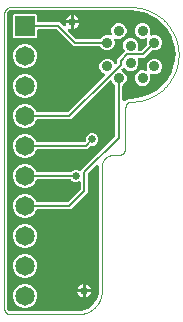
<source format=gbl>
G04 EAGLE Gerber X2 export*
%TF.Part,Single*%
%TF.FileFunction,Other,Bottom layer*%
%TF.FilePolarity,Positive*%
%TF.GenerationSoftware,Autodesk,EAGLE,9.0.0*%
%TF.CreationDate,2018-05-03T06:19:38Z*%
G75*
%MOMM*%
%FSLAX35Y35*%
%LPD*%
%AMOC8*
5,1,8,0,0,1.08239X$1,22.5*%
G01*
%ADD10C,0.000000*%
%ADD11C,0.900000*%
%ADD12R,1.651000X1.651000*%
%ADD13C,1.651000*%
%ADD14C,0.200000*%
%ADD15C,0.650000*%

G36*
X-449780Y-2174972D02*
X-449780Y-2174972D01*
X-449003Y-2174960D01*
X-423614Y-2172962D01*
X-422942Y-2172823D01*
X-422257Y-2172781D01*
X-420686Y-2172380D01*
X-372393Y-2156688D01*
X-371322Y-2156185D01*
X-370223Y-2155752D01*
X-369704Y-2155423D01*
X-369514Y-2155334D01*
X-369355Y-2155203D01*
X-368853Y-2154884D01*
X-327772Y-2125038D01*
X-326909Y-2124227D01*
X-325997Y-2123476D01*
X-325605Y-2123003D01*
X-325453Y-2122860D01*
X-325342Y-2122686D01*
X-324962Y-2122228D01*
X-295115Y-2081147D01*
X-294649Y-2080298D01*
X-294581Y-2080217D01*
X-294490Y-2080023D01*
X-293910Y-2079114D01*
X-293683Y-2078542D01*
X-293583Y-2078359D01*
X-293531Y-2078160D01*
X-293312Y-2077607D01*
X-293225Y-2077340D01*
X-293224Y-2077339D01*
X-293224Y-2077338D01*
X-277620Y-2029313D01*
X-277491Y-2028639D01*
X-277268Y-2027990D01*
X-277038Y-2026385D01*
X-275039Y-2000996D01*
X-275050Y-2000774D01*
X-275000Y-2000000D01*
X-275000Y-948086D01*
X-275175Y-946704D01*
X-275304Y-945325D01*
X-275373Y-945133D01*
X-275399Y-944930D01*
X-275909Y-943639D01*
X-276379Y-942331D01*
X-276494Y-942161D01*
X-276569Y-941972D01*
X-277382Y-940852D01*
X-278165Y-939698D01*
X-278318Y-939562D01*
X-278438Y-939398D01*
X-279506Y-938513D01*
X-280549Y-937592D01*
X-280730Y-937499D01*
X-280888Y-937368D01*
X-282146Y-936775D01*
X-283381Y-936144D01*
X-283580Y-936099D01*
X-283765Y-936012D01*
X-285127Y-935751D01*
X-286485Y-935445D01*
X-286689Y-935451D01*
X-286889Y-935413D01*
X-288270Y-935498D01*
X-289664Y-935540D01*
X-289861Y-935597D01*
X-290064Y-935609D01*
X-291384Y-936036D01*
X-292721Y-936422D01*
X-292897Y-936525D01*
X-293091Y-936588D01*
X-294269Y-937333D01*
X-295462Y-938036D01*
X-295673Y-938221D01*
X-295779Y-938288D01*
X-295924Y-938442D01*
X-296679Y-939107D01*
X-363461Y-1005888D01*
X-364064Y-1006665D01*
X-364742Y-1007385D01*
X-365038Y-1007920D01*
X-365411Y-1008402D01*
X-365802Y-1009305D01*
X-366280Y-1010170D01*
X-366433Y-1010763D01*
X-366675Y-1011321D01*
X-366829Y-1012293D01*
X-367077Y-1013250D01*
X-367141Y-1014258D01*
X-367174Y-1014462D01*
X-367162Y-1014585D01*
X-367180Y-1014868D01*
X-367180Y-1165246D01*
X-512934Y-1311000D01*
X-792941Y-1311000D01*
X-793232Y-1311037D01*
X-793522Y-1311014D01*
X-794803Y-1311235D01*
X-796097Y-1311399D01*
X-796369Y-1311506D01*
X-796657Y-1311556D01*
X-797845Y-1312090D01*
X-799055Y-1312569D01*
X-799292Y-1312741D01*
X-799558Y-1312860D01*
X-800576Y-1313673D01*
X-801630Y-1314438D01*
X-801816Y-1314663D01*
X-802044Y-1314845D01*
X-802828Y-1315884D01*
X-803659Y-1316888D01*
X-803783Y-1317152D01*
X-803959Y-1317385D01*
X-804674Y-1318840D01*
X-813062Y-1339091D01*
X-841909Y-1367938D01*
X-879601Y-1383550D01*
X-920398Y-1383550D01*
X-958091Y-1367938D01*
X-986938Y-1339091D01*
X-1002550Y-1301398D01*
X-1002550Y-1260601D01*
X-986938Y-1222909D01*
X-958091Y-1194062D01*
X-920398Y-1178449D01*
X-879601Y-1178449D01*
X-841909Y-1194062D01*
X-813062Y-1222909D01*
X-804674Y-1243160D01*
X-804529Y-1243414D01*
X-804439Y-1243691D01*
X-803743Y-1244792D01*
X-803098Y-1245923D01*
X-802896Y-1246132D01*
X-802739Y-1246380D01*
X-801789Y-1247274D01*
X-800885Y-1248208D01*
X-800636Y-1248361D01*
X-800424Y-1248561D01*
X-799284Y-1249190D01*
X-798173Y-1249872D01*
X-797894Y-1249958D01*
X-797639Y-1250099D01*
X-796378Y-1250425D01*
X-795133Y-1250809D01*
X-794842Y-1250823D01*
X-794559Y-1250896D01*
X-792941Y-1250999D01*
X-543048Y-1250999D01*
X-542071Y-1250876D01*
X-541084Y-1250847D01*
X-540497Y-1250677D01*
X-539893Y-1250601D01*
X-538977Y-1250239D01*
X-538027Y-1249965D01*
X-537501Y-1249655D01*
X-536934Y-1249431D01*
X-536137Y-1248852D01*
X-535286Y-1248351D01*
X-534528Y-1247684D01*
X-534360Y-1247562D01*
X-534281Y-1247466D01*
X-534069Y-1247280D01*
X-430901Y-1144112D01*
X-430298Y-1143334D01*
X-429620Y-1142615D01*
X-429325Y-1142080D01*
X-428951Y-1141599D01*
X-428559Y-1140694D01*
X-428082Y-1139830D01*
X-427929Y-1139238D01*
X-427687Y-1138679D01*
X-427533Y-1137707D01*
X-427285Y-1136750D01*
X-427220Y-1135742D01*
X-427188Y-1135538D01*
X-427199Y-1135415D01*
X-427181Y-1135132D01*
X-427181Y-1085510D01*
X-427243Y-1085018D01*
X-427220Y-1084525D01*
X-427442Y-1083447D01*
X-427580Y-1082354D01*
X-427762Y-1081894D01*
X-427862Y-1081409D01*
X-428346Y-1080417D01*
X-428750Y-1079396D01*
X-429040Y-1078996D01*
X-429258Y-1078551D01*
X-429973Y-1077712D01*
X-430619Y-1076822D01*
X-431000Y-1076506D01*
X-431321Y-1076129D01*
X-432220Y-1075495D01*
X-433068Y-1074792D01*
X-433516Y-1074581D01*
X-433921Y-1074296D01*
X-434951Y-1073905D01*
X-435946Y-1073436D01*
X-436431Y-1073343D01*
X-436895Y-1073167D01*
X-437990Y-1073044D01*
X-439070Y-1072837D01*
X-439564Y-1072867D01*
X-440056Y-1072812D01*
X-441148Y-1072965D01*
X-442245Y-1073033D01*
X-442715Y-1073185D01*
X-443206Y-1073254D01*
X-444741Y-1073777D01*
X-458557Y-1079500D01*
X-479443Y-1079500D01*
X-498739Y-1071508D01*
X-509527Y-1060720D01*
X-510305Y-1060117D01*
X-511024Y-1059439D01*
X-511558Y-1059144D01*
X-512040Y-1058770D01*
X-512944Y-1058378D01*
X-513809Y-1057901D01*
X-514401Y-1057748D01*
X-514959Y-1057506D01*
X-515932Y-1057352D01*
X-516889Y-1057104D01*
X-517897Y-1057039D01*
X-518101Y-1057007D01*
X-518224Y-1057018D01*
X-518507Y-1057000D01*
X-792941Y-1057000D01*
X-793232Y-1057037D01*
X-793522Y-1057014D01*
X-794803Y-1057235D01*
X-796097Y-1057399D01*
X-796369Y-1057506D01*
X-796657Y-1057556D01*
X-797845Y-1058090D01*
X-799055Y-1058569D01*
X-799292Y-1058741D01*
X-799558Y-1058860D01*
X-800576Y-1059673D01*
X-801630Y-1060438D01*
X-801816Y-1060663D01*
X-802044Y-1060845D01*
X-802828Y-1061884D01*
X-803659Y-1062888D01*
X-803783Y-1063152D01*
X-803959Y-1063385D01*
X-804674Y-1064840D01*
X-813062Y-1085091D01*
X-841909Y-1113938D01*
X-879601Y-1129550D01*
X-920398Y-1129550D01*
X-958091Y-1113938D01*
X-986938Y-1085091D01*
X-1002550Y-1047398D01*
X-1002550Y-1006601D01*
X-986938Y-968909D01*
X-958091Y-940062D01*
X-920398Y-924449D01*
X-879601Y-924449D01*
X-841909Y-940062D01*
X-813062Y-968909D01*
X-804674Y-989160D01*
X-804529Y-989414D01*
X-804439Y-989691D01*
X-803743Y-990792D01*
X-803098Y-991923D01*
X-802896Y-992132D01*
X-802739Y-992380D01*
X-801789Y-993274D01*
X-800885Y-994208D01*
X-800636Y-994361D01*
X-800424Y-994561D01*
X-799284Y-995190D01*
X-798173Y-995872D01*
X-797894Y-995958D01*
X-797639Y-996099D01*
X-796378Y-996425D01*
X-795133Y-996809D01*
X-794842Y-996823D01*
X-794559Y-996896D01*
X-792941Y-996999D01*
X-518507Y-996999D01*
X-517529Y-996876D01*
X-516542Y-996847D01*
X-515955Y-996677D01*
X-515351Y-996601D01*
X-514435Y-996239D01*
X-513485Y-995965D01*
X-512959Y-995655D01*
X-512393Y-995431D01*
X-511595Y-994852D01*
X-510744Y-994351D01*
X-509987Y-993684D01*
X-509818Y-993562D01*
X-509739Y-993466D01*
X-509527Y-993280D01*
X-498739Y-982492D01*
X-479443Y-974499D01*
X-458557Y-974499D01*
X-436959Y-983446D01*
X-436677Y-983523D01*
X-436418Y-983655D01*
X-435150Y-983941D01*
X-433891Y-984285D01*
X-433599Y-984290D01*
X-433314Y-984354D01*
X-432011Y-984315D01*
X-430710Y-984336D01*
X-430427Y-984268D01*
X-430135Y-984259D01*
X-428880Y-983897D01*
X-427617Y-983595D01*
X-427360Y-983459D01*
X-427078Y-983378D01*
X-425953Y-982715D01*
X-424804Y-982108D01*
X-424588Y-981912D01*
X-424337Y-981763D01*
X-423120Y-980693D01*
X-138720Y-696293D01*
X-138117Y-695515D01*
X-137439Y-694795D01*
X-137143Y-694260D01*
X-136770Y-693779D01*
X-136379Y-692876D01*
X-135901Y-692010D01*
X-135748Y-691418D01*
X-135506Y-690860D01*
X-135352Y-689888D01*
X-135104Y-688931D01*
X-135039Y-687923D01*
X-135007Y-687718D01*
X-135018Y-687596D01*
X-135000Y-687313D01*
X-135000Y-266415D01*
X-135037Y-266124D01*
X-135014Y-265833D01*
X-135235Y-264552D01*
X-135399Y-263259D01*
X-135507Y-262987D01*
X-135556Y-262699D01*
X-136090Y-261512D01*
X-136569Y-260301D01*
X-136741Y-260064D01*
X-136861Y-259798D01*
X-137673Y-258780D01*
X-138438Y-257726D01*
X-138663Y-257540D01*
X-138845Y-257311D01*
X-139885Y-256528D01*
X-140888Y-255697D01*
X-141152Y-255572D01*
X-141385Y-255396D01*
X-141667Y-255258D01*
X-160104Y-236820D01*
X-164288Y-226720D01*
X-164346Y-226618D01*
X-164351Y-226604D01*
X-164386Y-226548D01*
X-164533Y-226290D01*
X-164700Y-225824D01*
X-165319Y-224912D01*
X-165864Y-223957D01*
X-166208Y-223601D01*
X-166486Y-223191D01*
X-167312Y-222462D01*
X-168077Y-221672D01*
X-168499Y-221413D01*
X-168870Y-221085D01*
X-169849Y-220584D01*
X-170788Y-220008D01*
X-171262Y-219862D01*
X-171702Y-219637D01*
X-172776Y-219396D01*
X-173828Y-219071D01*
X-174323Y-219047D01*
X-174806Y-218938D01*
X-175906Y-218971D01*
X-177006Y-218918D01*
X-177491Y-219018D01*
X-177985Y-219033D01*
X-179043Y-219338D01*
X-180122Y-219561D01*
X-180566Y-219778D01*
X-181042Y-219915D01*
X-181991Y-220474D01*
X-182980Y-220957D01*
X-183357Y-221278D01*
X-183783Y-221529D01*
X-185000Y-222600D01*
X-511401Y-549000D01*
X-792941Y-549000D01*
X-793232Y-549037D01*
X-793522Y-549014D01*
X-794803Y-549235D01*
X-796097Y-549399D01*
X-796369Y-549506D01*
X-796657Y-549556D01*
X-797845Y-550090D01*
X-799055Y-550569D01*
X-799292Y-550741D01*
X-799558Y-550860D01*
X-800576Y-551673D01*
X-801630Y-552438D01*
X-801816Y-552663D01*
X-802044Y-552845D01*
X-802828Y-553884D01*
X-803659Y-554888D01*
X-803783Y-555152D01*
X-803959Y-555385D01*
X-804674Y-556840D01*
X-813062Y-577091D01*
X-841909Y-605938D01*
X-879601Y-621550D01*
X-920398Y-621550D01*
X-958091Y-605938D01*
X-986938Y-577091D01*
X-1002550Y-539398D01*
X-1002550Y-498601D01*
X-986938Y-460909D01*
X-958091Y-432062D01*
X-920398Y-416449D01*
X-879601Y-416449D01*
X-841909Y-432062D01*
X-813062Y-460909D01*
X-804674Y-481160D01*
X-804529Y-481414D01*
X-804439Y-481691D01*
X-803743Y-482792D01*
X-803098Y-483923D01*
X-802896Y-484132D01*
X-802739Y-484380D01*
X-801789Y-485274D01*
X-800885Y-486208D01*
X-800636Y-486361D01*
X-800424Y-486561D01*
X-799284Y-487190D01*
X-798173Y-487872D01*
X-797894Y-487958D01*
X-797639Y-488099D01*
X-796378Y-488425D01*
X-795133Y-488809D01*
X-794842Y-488823D01*
X-794559Y-488896D01*
X-792941Y-488999D01*
X-541515Y-488999D01*
X-540537Y-488876D01*
X-539550Y-488847D01*
X-538963Y-488677D01*
X-538359Y-488601D01*
X-537443Y-488239D01*
X-536493Y-487965D01*
X-535967Y-487655D01*
X-535401Y-487431D01*
X-534603Y-486852D01*
X-533752Y-486351D01*
X-532995Y-485684D01*
X-532826Y-485562D01*
X-532747Y-485466D01*
X-532535Y-485280D01*
X-227356Y-180101D01*
X-227054Y-179711D01*
X-226686Y-179378D01*
X-226080Y-178456D01*
X-225406Y-177588D01*
X-225210Y-177135D01*
X-224937Y-176720D01*
X-224578Y-175676D01*
X-224142Y-174669D01*
X-224065Y-174181D01*
X-223903Y-173712D01*
X-223816Y-172613D01*
X-223643Y-171527D01*
X-223689Y-171034D01*
X-223650Y-170541D01*
X-223838Y-169455D01*
X-223941Y-168360D01*
X-224108Y-167895D01*
X-224192Y-167406D01*
X-224644Y-166402D01*
X-225016Y-165366D01*
X-225294Y-164956D01*
X-225497Y-164505D01*
X-226183Y-163644D01*
X-226801Y-162733D01*
X-227172Y-162406D01*
X-227481Y-162018D01*
X-228361Y-161355D01*
X-229185Y-160627D01*
X-229626Y-160402D01*
X-230021Y-160103D01*
X-231476Y-159389D01*
X-241820Y-155104D01*
X-260104Y-136820D01*
X-270000Y-112929D01*
X-270000Y-87071D01*
X-260104Y-63179D01*
X-241820Y-44895D01*
X-217929Y-34999D01*
X-192071Y-34999D01*
X-168179Y-44895D01*
X-149895Y-63179D01*
X-144734Y-75641D01*
X-144542Y-75978D01*
X-144418Y-76343D01*
X-143757Y-77354D01*
X-143158Y-78405D01*
X-142889Y-78683D01*
X-142677Y-79006D01*
X-141785Y-79822D01*
X-140945Y-80690D01*
X-140615Y-80892D01*
X-140329Y-81153D01*
X-139263Y-81721D01*
X-138233Y-82353D01*
X-137863Y-82467D01*
X-137522Y-82649D01*
X-136347Y-82935D01*
X-135193Y-83290D01*
X-134807Y-83309D01*
X-134431Y-83400D01*
X-133223Y-83385D01*
X-132016Y-83443D01*
X-131636Y-83365D01*
X-131250Y-83360D01*
X-130084Y-83045D01*
X-128900Y-82801D01*
X-128553Y-82631D01*
X-128179Y-82530D01*
X-127128Y-81935D01*
X-126042Y-81404D01*
X-125747Y-81153D01*
X-125411Y-80963D01*
X-124175Y-79913D01*
X-121907Y-77721D01*
X-121223Y-76869D01*
X-120472Y-76072D01*
X-120229Y-75632D01*
X-119915Y-75241D01*
X-119463Y-74245D01*
X-118934Y-73287D01*
X-118808Y-72801D01*
X-118601Y-72344D01*
X-118411Y-71266D01*
X-118137Y-70207D01*
X-118087Y-69428D01*
X-118049Y-69211D01*
X-118062Y-69037D01*
X-118033Y-68589D01*
X-118033Y-39540D01*
X-59189Y19304D01*
X-58461Y20243D01*
X-57674Y21133D01*
X-57488Y21496D01*
X-57239Y21818D01*
X-56767Y22908D01*
X-56226Y23966D01*
X-56136Y24363D01*
X-55975Y24737D01*
X-55789Y25908D01*
X-55527Y27069D01*
X-55539Y27477D01*
X-55476Y27878D01*
X-55587Y29060D01*
X-55622Y30249D01*
X-55735Y30640D01*
X-55773Y31046D01*
X-56174Y32164D01*
X-56504Y33305D01*
X-56710Y33656D01*
X-56848Y34040D01*
X-57515Y35023D01*
X-58118Y36047D01*
X-58518Y36501D01*
X-58634Y36672D01*
X-58789Y36809D01*
X-59189Y37264D01*
X-60104Y38179D01*
X-70000Y62071D01*
X-70000Y87929D01*
X-60104Y111820D01*
X-41820Y130104D01*
X-17929Y140000D01*
X7929Y140000D01*
X31820Y130104D01*
X50104Y111820D01*
X60000Y87929D01*
X60000Y62070D01*
X53990Y47560D01*
X53859Y47083D01*
X53648Y46634D01*
X53441Y45554D01*
X53150Y44491D01*
X53142Y43996D01*
X53049Y43510D01*
X53117Y42413D01*
X53099Y41311D01*
X53214Y40829D01*
X53245Y40335D01*
X53584Y39288D01*
X53840Y38217D01*
X54072Y37780D01*
X54224Y37308D01*
X54813Y36377D01*
X55327Y35405D01*
X55659Y35039D01*
X55924Y34620D01*
X56728Y33863D01*
X57466Y33050D01*
X57879Y32779D01*
X58240Y32439D01*
X59204Y31906D01*
X60123Y31301D01*
X60591Y31140D01*
X61025Y30901D01*
X62090Y30625D01*
X63132Y30267D01*
X63626Y30228D01*
X64104Y30104D01*
X65722Y30000D01*
X77313Y30000D01*
X78290Y30124D01*
X79278Y30153D01*
X79864Y30323D01*
X80469Y30399D01*
X81384Y30761D01*
X82334Y31035D01*
X82861Y31345D01*
X83427Y31569D01*
X84225Y32148D01*
X85075Y32649D01*
X85833Y33316D01*
X86001Y33438D01*
X86081Y33533D01*
X86293Y33720D01*
X126824Y74251D01*
X127003Y74482D01*
X127225Y74671D01*
X127975Y75734D01*
X128774Y76764D01*
X128890Y77033D01*
X129058Y77271D01*
X129521Y78491D01*
X130038Y79684D01*
X130083Y79971D01*
X130188Y80245D01*
X130333Y81542D01*
X130537Y82825D01*
X130510Y83116D01*
X130542Y83406D01*
X130361Y84699D01*
X130239Y85993D01*
X130141Y86267D01*
X130100Y86557D01*
X129999Y86852D01*
X129999Y112929D01*
X133873Y122280D01*
X134241Y123624D01*
X134649Y124948D01*
X134658Y125151D01*
X134713Y125348D01*
X134735Y126742D01*
X134801Y128125D01*
X134760Y128325D01*
X134763Y128529D01*
X134439Y129880D01*
X134159Y131241D01*
X134069Y131425D01*
X134022Y131623D01*
X133374Y132848D01*
X132763Y134099D01*
X132630Y134255D01*
X132535Y134435D01*
X131604Y135460D01*
X130700Y136521D01*
X130533Y136639D01*
X130396Y136789D01*
X129241Y137550D01*
X128100Y138354D01*
X127908Y138427D01*
X127739Y138538D01*
X126428Y138989D01*
X125126Y139483D01*
X124923Y139506D01*
X124730Y139573D01*
X123342Y139684D01*
X121965Y139838D01*
X121763Y139810D01*
X121559Y139826D01*
X120189Y139589D01*
X118814Y139396D01*
X118546Y139305D01*
X118425Y139284D01*
X118237Y139199D01*
X117280Y138873D01*
X107929Y134999D01*
X82071Y134999D01*
X58179Y144895D01*
X39895Y163179D01*
X29999Y187071D01*
X29999Y212929D01*
X39895Y236820D01*
X58179Y255104D01*
X82071Y265000D01*
X107929Y265000D01*
X131820Y255104D01*
X150104Y236820D01*
X160000Y212929D01*
X160000Y187071D01*
X156127Y177720D01*
X155759Y176376D01*
X155351Y175052D01*
X155341Y174849D01*
X155287Y174651D01*
X155265Y173258D01*
X155199Y171874D01*
X155240Y171675D01*
X155237Y171471D01*
X155560Y170119D01*
X155841Y168759D01*
X155930Y168575D01*
X155978Y168377D01*
X156626Y167151D01*
X157237Y165900D01*
X157370Y165744D01*
X157465Y165565D01*
X158396Y164540D01*
X159300Y163479D01*
X159467Y163361D01*
X159604Y163210D01*
X160759Y162450D01*
X161900Y161646D01*
X162092Y161573D01*
X162261Y161461D01*
X163571Y161011D01*
X164874Y160516D01*
X165077Y160493D01*
X165269Y160427D01*
X166658Y160316D01*
X168035Y160162D01*
X168236Y160190D01*
X168440Y160173D01*
X169811Y160411D01*
X171185Y160603D01*
X171454Y160695D01*
X171575Y160716D01*
X171763Y160800D01*
X172720Y161127D01*
X182071Y165000D01*
X207929Y165000D01*
X231820Y155104D01*
X250104Y136820D01*
X260000Y112929D01*
X260000Y87071D01*
X250104Y63179D01*
X231820Y44895D01*
X207929Y34999D01*
X181604Y34999D01*
X181279Y35073D01*
X180023Y35417D01*
X179731Y35421D01*
X179446Y35485D01*
X178142Y35447D01*
X176842Y35467D01*
X176559Y35399D01*
X176266Y35391D01*
X175011Y35028D01*
X173748Y34726D01*
X173491Y34590D01*
X173210Y34509D01*
X172088Y33848D01*
X170936Y33239D01*
X170719Y33042D01*
X170468Y32895D01*
X169251Y31824D01*
X128720Y-8707D01*
X128719Y-8708D01*
X107427Y-30000D01*
X65722Y-30000D01*
X65230Y-30063D01*
X64737Y-30039D01*
X63658Y-30261D01*
X62566Y-30399D01*
X62107Y-30581D01*
X61621Y-30681D01*
X60631Y-31165D01*
X59608Y-31569D01*
X59208Y-31860D01*
X58763Y-32077D01*
X57925Y-32791D01*
X57034Y-33438D01*
X56718Y-33819D01*
X56341Y-34140D01*
X55708Y-35039D01*
X55004Y-35888D01*
X54793Y-36335D01*
X54508Y-36740D01*
X54117Y-37770D01*
X53648Y-38765D01*
X53555Y-39250D01*
X53379Y-39714D01*
X53256Y-40809D01*
X53049Y-41889D01*
X53079Y-42383D01*
X53024Y-42875D01*
X53177Y-43967D01*
X53245Y-45064D01*
X53397Y-45534D01*
X53466Y-46025D01*
X53990Y-47560D01*
X60000Y-62070D01*
X60000Y-87929D01*
X50104Y-111820D01*
X31820Y-130104D01*
X7929Y-140000D01*
X-17929Y-140000D01*
X-41820Y-130104D01*
X-56433Y-115491D01*
X-57370Y-114765D01*
X-58263Y-113976D01*
X-58625Y-113790D01*
X-58947Y-113541D01*
X-60035Y-113070D01*
X-61095Y-112528D01*
X-61493Y-112438D01*
X-61866Y-112277D01*
X-63037Y-112091D01*
X-64199Y-111830D01*
X-64606Y-111842D01*
X-65008Y-111778D01*
X-66190Y-111889D01*
X-67378Y-111925D01*
X-67770Y-112038D01*
X-68175Y-112076D01*
X-69293Y-112477D01*
X-70435Y-112807D01*
X-70785Y-113013D01*
X-71169Y-113151D01*
X-72155Y-113819D01*
X-73176Y-114421D01*
X-73629Y-114819D01*
X-73802Y-114936D01*
X-73940Y-115093D01*
X-74393Y-115492D01*
X-77813Y-118912D01*
X-78359Y-119221D01*
X-79349Y-120062D01*
X-79460Y-120142D01*
X-79498Y-120188D01*
X-79594Y-120270D01*
X-80081Y-120741D01*
X-80460Y-121211D01*
X-80908Y-121618D01*
X-81453Y-122447D01*
X-82074Y-123220D01*
X-82325Y-123771D01*
X-82657Y-124276D01*
X-82979Y-125213D01*
X-83389Y-126117D01*
X-83494Y-126712D01*
X-83691Y-127284D01*
X-83770Y-128274D01*
X-83942Y-129249D01*
X-83896Y-129852D01*
X-83944Y-130455D01*
X-83775Y-131434D01*
X-83699Y-132421D01*
X-83505Y-132993D01*
X-83402Y-133590D01*
X-82995Y-134494D01*
X-82676Y-135433D01*
X-82345Y-135940D01*
X-82098Y-136491D01*
X-81480Y-137265D01*
X-80937Y-138097D01*
X-80490Y-138505D01*
X-80113Y-138977D01*
X-79322Y-139574D01*
X-78589Y-140244D01*
X-78056Y-140528D01*
X-77573Y-140892D01*
X-76118Y-141607D01*
X-68179Y-144895D01*
X-49895Y-163179D01*
X-39999Y-187071D01*
X-39999Y-212929D01*
X-49895Y-236820D01*
X-68508Y-255433D01*
X-68790Y-255612D01*
X-69923Y-256257D01*
X-70133Y-256460D01*
X-70380Y-256617D01*
X-71274Y-257567D01*
X-72208Y-258470D01*
X-72360Y-258719D01*
X-72561Y-258932D01*
X-73191Y-260073D01*
X-73871Y-261182D01*
X-73957Y-261461D01*
X-74099Y-261717D01*
X-74426Y-262980D01*
X-74808Y-264222D01*
X-74823Y-264513D01*
X-74896Y-264797D01*
X-74999Y-266415D01*
X-74999Y-384702D01*
X-74833Y-386015D01*
X-74791Y-386523D01*
X-74777Y-386752D01*
X-74771Y-386772D01*
X-74724Y-387332D01*
X-74635Y-387588D01*
X-74601Y-387858D01*
X-74115Y-389086D01*
X-73681Y-390337D01*
X-73530Y-390563D01*
X-73431Y-390816D01*
X-72655Y-391885D01*
X-71923Y-392988D01*
X-71722Y-393171D01*
X-71562Y-393390D01*
X-70544Y-394233D01*
X-69562Y-395120D01*
X-69322Y-395246D01*
X-69112Y-395420D01*
X-67916Y-395983D01*
X-66745Y-396598D01*
X-66480Y-396660D01*
X-66235Y-396776D01*
X-64938Y-397025D01*
X-63649Y-397329D01*
X-63378Y-397324D01*
X-63111Y-397375D01*
X-61792Y-397294D01*
X-60469Y-397268D01*
X-60207Y-397196D01*
X-59936Y-397179D01*
X-58678Y-396772D01*
X-57403Y-396419D01*
X-57059Y-396248D01*
X-56909Y-396200D01*
X-56721Y-396082D01*
X-55950Y-395700D01*
X-20097Y-374999D01*
X0Y-374999D01*
X208Y-374973D01*
X831Y-374972D01*
X48120Y-371873D01*
X48550Y-371790D01*
X48987Y-371786D01*
X50576Y-371467D01*
X141933Y-346988D01*
X142722Y-346666D01*
X143543Y-346439D01*
X144778Y-345828D01*
X144878Y-345787D01*
X144913Y-345760D01*
X144996Y-345720D01*
X226904Y-298430D01*
X227583Y-297914D01*
X228317Y-297483D01*
X229348Y-296575D01*
X229438Y-296507D01*
X229467Y-296471D01*
X229534Y-296412D01*
X296412Y-229534D01*
X296932Y-228863D01*
X297532Y-228253D01*
X298008Y-227537D01*
X298150Y-227366D01*
X298217Y-227224D01*
X298297Y-227103D01*
X298362Y-227021D01*
X298378Y-226982D01*
X298430Y-226904D01*
X345720Y-144996D01*
X346051Y-144209D01*
X346469Y-143469D01*
X346910Y-142165D01*
X346953Y-142063D01*
X346959Y-142019D01*
X346988Y-141933D01*
X371467Y-50577D01*
X371527Y-50143D01*
X371664Y-49728D01*
X371873Y-48120D01*
X373918Y-16918D01*
X373918Y-16916D01*
X373918Y-16915D01*
X374972Y-831D01*
X374971Y-810D01*
X374975Y-791D01*
X374972Y831D01*
X371873Y48120D01*
X371790Y48550D01*
X371786Y48987D01*
X371658Y49622D01*
X371650Y49756D01*
X371602Y49907D01*
X371467Y50576D01*
X346988Y141933D01*
X346666Y142722D01*
X346439Y143543D01*
X345828Y144778D01*
X345787Y144878D01*
X345760Y144913D01*
X345720Y144996D01*
X298430Y226904D01*
X297914Y227583D01*
X297483Y228317D01*
X296575Y229348D01*
X296507Y229438D01*
X296471Y229467D01*
X296412Y229534D01*
X229534Y296412D01*
X228861Y296933D01*
X228253Y297531D01*
X227106Y298295D01*
X227021Y298362D01*
X226980Y298379D01*
X226904Y298430D01*
X144996Y345720D01*
X144209Y346051D01*
X143469Y346469D01*
X142165Y346910D01*
X142063Y346953D01*
X142019Y346959D01*
X141933Y346988D01*
X50577Y371467D01*
X50143Y371527D01*
X49728Y371664D01*
X48120Y371873D01*
X831Y374972D01*
X622Y374960D01*
X0Y374999D01*
X-1025000Y374999D01*
X-1025019Y374997D01*
X-1025039Y374999D01*
X-1026657Y374891D01*
X-1029841Y374472D01*
X-1029926Y374449D01*
X-1030015Y374448D01*
X-1031471Y374044D01*
X-1032918Y373665D01*
X-1032994Y373622D01*
X-1033080Y373598D01*
X-1034533Y372879D01*
X-1040047Y369695D01*
X-1040779Y369139D01*
X-1041566Y368665D01*
X-1042041Y368182D01*
X-1042581Y367772D01*
X-1043153Y367051D01*
X-1043796Y366397D01*
X-1044449Y365417D01*
X-1044558Y365279D01*
X-1044593Y365200D01*
X-1044695Y365047D01*
X-1047879Y359533D01*
X-1047913Y359453D01*
X-1047966Y359381D01*
X-1048530Y357984D01*
X-1049112Y356601D01*
X-1049125Y356513D01*
X-1049158Y356431D01*
X-1049472Y354841D01*
X-1049891Y351658D01*
X-1049891Y351638D01*
X-1049896Y351618D01*
X-1049999Y350000D01*
X-1049999Y-2150000D01*
X-1049997Y-2150020D01*
X-1049999Y-2150040D01*
X-1049891Y-2151658D01*
X-1049472Y-2154841D01*
X-1049449Y-2154926D01*
X-1049448Y-2155015D01*
X-1049045Y-2156468D01*
X-1048665Y-2157918D01*
X-1048622Y-2157995D01*
X-1048598Y-2158080D01*
X-1047879Y-2159533D01*
X-1044695Y-2165047D01*
X-1044139Y-2165779D01*
X-1043665Y-2166566D01*
X-1043182Y-2167041D01*
X-1042772Y-2167581D01*
X-1042051Y-2168153D01*
X-1041397Y-2168796D01*
X-1040417Y-2169449D01*
X-1040279Y-2169558D01*
X-1040200Y-2169593D01*
X-1040047Y-2169695D01*
X-1034533Y-2172879D01*
X-1034453Y-2172913D01*
X-1034381Y-2172966D01*
X-1032984Y-2173530D01*
X-1031601Y-2174112D01*
X-1031513Y-2174125D01*
X-1031431Y-2174158D01*
X-1029841Y-2174472D01*
X-1026658Y-2174891D01*
X-1026638Y-2174891D01*
X-1026618Y-2174896D01*
X-1025000Y-2174999D01*
X-450000Y-2174999D01*
X-449780Y-2174972D01*
G37*
%LPC*%
G36*
X-217929Y34999D02*
X-217929Y34999D01*
X-241820Y44895D01*
X-260433Y63508D01*
X-260612Y63790D01*
X-261257Y64923D01*
X-261460Y65133D01*
X-261617Y65380D01*
X-262567Y66274D01*
X-263470Y67208D01*
X-263719Y67360D01*
X-263932Y67561D01*
X-265073Y68191D01*
X-266182Y68871D01*
X-266461Y68957D01*
X-266717Y69099D01*
X-267980Y69426D01*
X-269222Y69808D01*
X-269513Y69823D01*
X-269797Y69896D01*
X-271415Y69999D01*
X-488667Y69999D01*
X-627947Y209280D01*
X-628725Y209883D01*
X-629444Y210561D01*
X-629978Y210856D01*
X-630460Y211230D01*
X-631364Y211621D01*
X-632229Y212099D01*
X-632821Y212252D01*
X-633379Y212494D01*
X-634352Y212648D01*
X-635309Y212896D01*
X-636317Y212960D01*
X-636521Y212993D01*
X-636644Y212981D01*
X-636927Y212999D01*
X-784750Y212999D01*
X-785930Y212850D01*
X-787114Y212777D01*
X-787501Y212652D01*
X-787906Y212601D01*
X-789012Y212163D01*
X-790141Y211798D01*
X-790486Y211580D01*
X-790864Y211431D01*
X-791823Y210734D01*
X-792830Y210098D01*
X-793110Y209800D01*
X-793438Y209562D01*
X-794195Y208648D01*
X-795011Y207783D01*
X-795208Y207426D01*
X-795468Y207112D01*
X-795974Y206038D01*
X-796549Y204998D01*
X-796651Y204603D01*
X-796824Y204235D01*
X-797048Y203070D01*
X-797346Y201918D01*
X-797385Y201313D01*
X-797423Y201111D01*
X-797411Y200905D01*
X-797449Y200300D01*
X-797449Y152165D01*
X-809165Y140449D01*
X-990835Y140449D01*
X-1002550Y152165D01*
X-1002550Y333835D01*
X-990835Y345550D01*
X-809165Y345550D01*
X-797449Y333835D01*
X-797449Y285700D01*
X-797300Y284520D01*
X-797227Y283335D01*
X-797102Y282948D01*
X-797051Y282544D01*
X-796613Y281438D01*
X-796248Y280308D01*
X-796030Y279964D01*
X-795881Y279586D01*
X-795184Y278626D01*
X-794548Y277620D01*
X-794250Y277340D01*
X-794012Y277011D01*
X-793098Y276254D01*
X-792233Y275439D01*
X-791876Y275242D01*
X-791562Y274982D01*
X-790488Y274475D01*
X-789448Y273901D01*
X-789053Y273799D01*
X-788685Y273625D01*
X-787520Y273402D01*
X-786368Y273104D01*
X-785763Y273065D01*
X-785561Y273026D01*
X-785355Y273039D01*
X-784750Y273000D01*
X-606813Y273000D01*
X-575188Y241376D01*
X-574638Y240948D01*
X-574152Y240447D01*
X-573385Y239977D01*
X-572675Y239426D01*
X-572035Y239148D01*
X-571440Y238784D01*
X-570580Y238518D01*
X-569756Y238162D01*
X-569068Y238052D01*
X-568400Y237847D01*
X-567502Y237803D01*
X-566614Y237663D01*
X-565919Y237728D01*
X-565223Y237694D01*
X-564343Y237876D01*
X-563447Y237960D01*
X-562790Y238196D01*
X-562107Y238336D01*
X-561299Y238731D01*
X-560453Y239035D01*
X-559875Y239427D01*
X-559249Y239733D01*
X-558565Y240315D01*
X-557820Y240821D01*
X-557358Y241343D01*
X-556828Y241796D01*
X-556309Y242530D01*
X-555714Y243204D01*
X-555397Y243825D01*
X-554994Y244395D01*
X-554675Y245237D01*
X-554266Y246037D01*
X-554113Y246717D01*
X-553865Y247369D01*
X-553765Y248263D01*
X-553567Y249140D01*
X-553588Y249838D01*
X-553510Y250531D01*
X-553635Y251420D01*
X-553662Y252320D01*
X-553820Y252869D01*
X-553825Y252946D01*
X-553868Y253077D01*
X-553952Y253681D01*
X-554476Y255215D01*
X-555675Y258111D01*
X-556508Y262299D01*
X-512701Y262299D01*
X-512701Y218491D01*
X-516889Y219324D01*
X-519784Y220524D01*
X-520458Y220708D01*
X-521097Y220985D01*
X-521984Y221126D01*
X-522853Y221364D01*
X-523551Y221375D01*
X-524239Y221484D01*
X-525133Y221400D01*
X-526033Y221414D01*
X-526712Y221252D01*
X-527406Y221187D01*
X-528252Y220883D01*
X-529127Y220673D01*
X-529743Y220348D01*
X-530400Y220112D01*
X-531146Y219606D01*
X-531939Y219186D01*
X-532455Y218718D01*
X-533033Y218326D01*
X-533629Y217651D01*
X-534294Y217047D01*
X-534677Y216465D01*
X-535139Y215942D01*
X-535548Y215141D01*
X-536043Y214390D01*
X-536270Y213730D01*
X-536587Y213110D01*
X-536784Y212233D01*
X-537077Y211382D01*
X-537133Y210686D01*
X-537286Y210006D01*
X-537259Y209108D01*
X-537331Y208211D01*
X-537212Y207524D01*
X-537191Y206827D01*
X-536942Y205962D01*
X-536788Y205076D01*
X-536502Y204440D01*
X-536309Y203770D01*
X-535853Y202997D01*
X-535484Y202175D01*
X-535048Y201628D01*
X-534695Y201029D01*
X-533624Y199812D01*
X-467532Y133720D01*
X-466755Y133117D01*
X-466035Y132439D01*
X-465500Y132143D01*
X-465019Y131770D01*
X-464116Y131379D01*
X-463250Y130901D01*
X-462658Y130748D01*
X-462100Y130506D01*
X-461127Y130352D01*
X-460170Y130104D01*
X-459162Y130039D01*
X-458958Y130007D01*
X-458835Y130018D01*
X-458553Y130000D01*
X-271415Y130000D01*
X-271124Y130037D01*
X-270833Y130014D01*
X-269552Y130235D01*
X-268259Y130399D01*
X-267987Y130507D01*
X-267699Y130556D01*
X-266512Y131090D01*
X-265301Y131569D01*
X-265064Y131741D01*
X-264798Y131861D01*
X-263780Y132673D01*
X-262726Y133438D01*
X-262540Y133663D01*
X-262311Y133845D01*
X-261528Y134885D01*
X-260697Y135888D01*
X-260572Y136152D01*
X-260396Y136385D01*
X-260258Y136667D01*
X-241820Y155104D01*
X-217929Y165000D01*
X-192071Y165000D01*
X-182720Y161127D01*
X-181376Y160759D01*
X-180052Y160351D01*
X-179849Y160341D01*
X-179651Y160287D01*
X-178258Y160265D01*
X-176874Y160199D01*
X-176675Y160240D01*
X-176471Y160237D01*
X-175119Y160560D01*
X-173759Y160841D01*
X-173575Y160930D01*
X-173377Y160978D01*
X-172151Y161626D01*
X-170900Y162237D01*
X-170744Y162370D01*
X-170565Y162465D01*
X-169540Y163396D01*
X-168479Y164300D01*
X-168361Y164467D01*
X-168210Y164604D01*
X-167450Y165759D01*
X-166646Y166900D01*
X-166573Y167092D01*
X-166461Y167261D01*
X-166011Y168571D01*
X-165516Y169874D01*
X-165493Y170077D01*
X-165427Y170269D01*
X-165316Y171658D01*
X-165162Y173035D01*
X-165190Y173236D01*
X-165173Y173440D01*
X-165411Y174811D01*
X-165603Y176185D01*
X-165695Y176454D01*
X-165716Y176575D01*
X-165800Y176763D01*
X-166127Y177720D01*
X-170000Y187071D01*
X-170000Y212929D01*
X-160104Y236820D01*
X-141820Y255104D01*
X-117929Y265000D01*
X-92071Y265000D01*
X-68179Y255104D01*
X-49895Y236820D01*
X-39999Y212929D01*
X-39999Y187071D01*
X-49895Y163179D01*
X-68179Y144895D01*
X-92071Y134999D01*
X-117929Y134999D01*
X-127280Y138873D01*
X-128624Y139241D01*
X-129948Y139649D01*
X-130151Y139658D01*
X-130348Y139713D01*
X-131742Y139735D01*
X-133125Y139801D01*
X-133325Y139760D01*
X-133529Y139763D01*
X-134880Y139439D01*
X-136241Y139159D01*
X-136425Y139069D01*
X-136623Y139022D01*
X-137848Y138374D01*
X-139099Y137763D01*
X-139255Y137630D01*
X-139435Y137535D01*
X-140460Y136604D01*
X-141521Y135700D01*
X-141639Y135533D01*
X-141789Y135396D01*
X-142550Y134241D01*
X-143354Y133100D01*
X-143427Y132908D01*
X-143538Y132739D01*
X-143989Y131428D01*
X-144483Y130126D01*
X-144506Y129923D01*
X-144573Y129730D01*
X-144684Y128342D01*
X-144838Y126965D01*
X-144810Y126763D01*
X-144826Y126559D01*
X-144589Y125189D01*
X-144396Y123814D01*
X-144305Y123546D01*
X-144284Y123425D01*
X-144199Y123237D01*
X-143873Y122280D01*
X-139999Y112929D01*
X-139999Y87071D01*
X-149895Y63179D01*
X-168179Y44895D01*
X-192071Y34999D01*
X-217929Y34999D01*
G37*
%LPD*%
%LPC*%
G36*
X-920398Y-875550D02*
X-920398Y-875550D01*
X-958091Y-859938D01*
X-986938Y-831091D01*
X-1002550Y-793398D01*
X-1002550Y-752601D01*
X-986938Y-714909D01*
X-958091Y-686062D01*
X-920398Y-670449D01*
X-879601Y-670449D01*
X-841909Y-686062D01*
X-813062Y-714909D01*
X-804674Y-735160D01*
X-804529Y-735414D01*
X-804439Y-735691D01*
X-803743Y-736792D01*
X-803098Y-737923D01*
X-802896Y-738132D01*
X-802739Y-738380D01*
X-801789Y-739274D01*
X-800885Y-740208D01*
X-800636Y-740361D01*
X-800424Y-740561D01*
X-799284Y-741190D01*
X-798173Y-741872D01*
X-797894Y-741958D01*
X-797639Y-742099D01*
X-796378Y-742425D01*
X-795133Y-742809D01*
X-794842Y-742823D01*
X-794559Y-742896D01*
X-792941Y-742999D01*
X-403480Y-742999D01*
X-402503Y-742876D01*
X-401515Y-742847D01*
X-400928Y-742677D01*
X-400324Y-742601D01*
X-399408Y-742239D01*
X-398459Y-741965D01*
X-397932Y-741655D01*
X-397366Y-741431D01*
X-396568Y-740852D01*
X-395718Y-740351D01*
X-394960Y-739684D01*
X-394792Y-739562D01*
X-394712Y-739466D01*
X-394500Y-739280D01*
X-387617Y-732396D01*
X-387013Y-731618D01*
X-386335Y-730899D01*
X-386040Y-730364D01*
X-385667Y-729883D01*
X-385275Y-728978D01*
X-384798Y-728114D01*
X-384644Y-727522D01*
X-384403Y-726963D01*
X-384248Y-725991D01*
X-384000Y-725034D01*
X-383936Y-724026D01*
X-383903Y-723822D01*
X-383915Y-723699D01*
X-383897Y-723416D01*
X-383897Y-708160D01*
X-375904Y-688864D01*
X-361136Y-674096D01*
X-341839Y-666103D01*
X-320953Y-666103D01*
X-301657Y-674096D01*
X-286889Y-688864D01*
X-278896Y-708160D01*
X-278896Y-729046D01*
X-286889Y-748343D01*
X-301657Y-763111D01*
X-320953Y-771104D01*
X-336209Y-771104D01*
X-337187Y-771227D01*
X-338174Y-771257D01*
X-338761Y-771426D01*
X-339365Y-771502D01*
X-340281Y-771864D01*
X-341231Y-772138D01*
X-341757Y-772448D01*
X-342323Y-772673D01*
X-343121Y-773252D01*
X-343972Y-773753D01*
X-344729Y-774419D01*
X-344898Y-774541D01*
X-344977Y-774637D01*
X-345189Y-774823D01*
X-373366Y-803000D01*
X-792941Y-803000D01*
X-793232Y-803037D01*
X-793522Y-803014D01*
X-794803Y-803235D01*
X-796097Y-803399D01*
X-796369Y-803506D01*
X-796657Y-803556D01*
X-797845Y-804090D01*
X-799055Y-804569D01*
X-799292Y-804741D01*
X-799558Y-804860D01*
X-800576Y-805673D01*
X-801630Y-806438D01*
X-801816Y-806663D01*
X-802044Y-806845D01*
X-802828Y-807884D01*
X-803659Y-808888D01*
X-803783Y-809152D01*
X-803959Y-809385D01*
X-804674Y-810840D01*
X-813062Y-831091D01*
X-841909Y-859938D01*
X-879601Y-875550D01*
X-920398Y-875550D01*
G37*
%LPD*%
%LPC*%
G36*
X-920398Y-367550D02*
X-920398Y-367550D01*
X-958091Y-351938D01*
X-986938Y-323091D01*
X-1002550Y-285398D01*
X-1002550Y-244601D01*
X-986938Y-206909D01*
X-958091Y-178062D01*
X-920398Y-162449D01*
X-879601Y-162449D01*
X-841909Y-178062D01*
X-813062Y-206909D01*
X-797449Y-244601D01*
X-797449Y-285398D01*
X-813062Y-323091D01*
X-841909Y-351938D01*
X-879601Y-367550D01*
X-920398Y-367550D01*
G37*
%LPD*%
%LPC*%
G36*
X-920398Y-1637550D02*
X-920398Y-1637550D01*
X-958091Y-1621938D01*
X-986938Y-1593091D01*
X-1002550Y-1555398D01*
X-1002550Y-1514601D01*
X-986938Y-1476909D01*
X-958091Y-1448062D01*
X-920398Y-1432449D01*
X-879601Y-1432449D01*
X-841909Y-1448062D01*
X-813062Y-1476909D01*
X-797449Y-1514601D01*
X-797449Y-1555398D01*
X-813062Y-1593091D01*
X-841909Y-1621938D01*
X-879601Y-1637550D01*
X-920398Y-1637550D01*
G37*
%LPD*%
%LPC*%
G36*
X-920398Y-1891550D02*
X-920398Y-1891550D01*
X-958091Y-1875938D01*
X-986938Y-1847091D01*
X-1002550Y-1809398D01*
X-1002550Y-1768601D01*
X-986938Y-1730909D01*
X-958091Y-1702062D01*
X-920398Y-1686449D01*
X-879601Y-1686449D01*
X-841909Y-1702062D01*
X-813062Y-1730909D01*
X-797449Y-1768601D01*
X-797449Y-1809398D01*
X-813062Y-1847091D01*
X-841909Y-1875938D01*
X-879601Y-1891550D01*
X-920398Y-1891550D01*
G37*
%LPD*%
%LPC*%
G36*
X-920398Y-2145550D02*
X-920398Y-2145550D01*
X-958091Y-2129938D01*
X-986938Y-2101091D01*
X-1002550Y-2063398D01*
X-1002550Y-2022601D01*
X-986938Y-1984909D01*
X-958091Y-1956062D01*
X-920398Y-1940449D01*
X-879601Y-1940449D01*
X-841909Y-1956062D01*
X-813062Y-1984909D01*
X-797449Y-2022601D01*
X-797449Y-2063398D01*
X-813062Y-2101091D01*
X-841909Y-2129938D01*
X-879601Y-2145550D01*
X-920398Y-2145550D01*
G37*
%LPD*%
%LPC*%
G36*
X-920398Y-113550D02*
X-920398Y-113550D01*
X-958091Y-97938D01*
X-986938Y-69091D01*
X-1002550Y-31398D01*
X-1002550Y9398D01*
X-986938Y47091D01*
X-958091Y75938D01*
X-920398Y91550D01*
X-879601Y91550D01*
X-841909Y75938D01*
X-813062Y47091D01*
X-797449Y9398D01*
X-797449Y-31398D01*
X-813062Y-69091D01*
X-841909Y-97938D01*
X-879601Y-113550D01*
X-920398Y-113550D01*
G37*
%LPD*%
%LPC*%
G36*
X82071Y-265000D02*
X82071Y-265000D01*
X58179Y-255104D01*
X39895Y-236820D01*
X29999Y-212929D01*
X29999Y-187071D01*
X39895Y-163179D01*
X58179Y-144895D01*
X82071Y-134999D01*
X107929Y-134999D01*
X117280Y-138873D01*
X118624Y-139241D01*
X119948Y-139649D01*
X120151Y-139658D01*
X120348Y-139713D01*
X121742Y-139735D01*
X123125Y-139801D01*
X123325Y-139760D01*
X123529Y-139763D01*
X124880Y-139439D01*
X126241Y-139159D01*
X126425Y-139069D01*
X126623Y-139022D01*
X127848Y-138374D01*
X129099Y-137763D01*
X129255Y-137630D01*
X129435Y-137535D01*
X130460Y-136604D01*
X131521Y-135700D01*
X131639Y-135533D01*
X131789Y-135396D01*
X132550Y-134241D01*
X133354Y-133100D01*
X133427Y-132908D01*
X133538Y-132739D01*
X133989Y-131428D01*
X134483Y-130126D01*
X134506Y-129923D01*
X134573Y-129730D01*
X134684Y-128342D01*
X134838Y-126965D01*
X134810Y-126763D01*
X134826Y-126559D01*
X134589Y-125189D01*
X134396Y-123814D01*
X134305Y-123546D01*
X134284Y-123425D01*
X134199Y-123237D01*
X133873Y-122280D01*
X129999Y-112929D01*
X129999Y-87071D01*
X139895Y-63179D01*
X158179Y-44895D01*
X182071Y-34999D01*
X207929Y-34999D01*
X231820Y-44895D01*
X250104Y-63179D01*
X260000Y-87071D01*
X260000Y-112929D01*
X250104Y-136820D01*
X231820Y-155104D01*
X207929Y-165000D01*
X182071Y-165000D01*
X172720Y-161127D01*
X171376Y-160759D01*
X170052Y-160351D01*
X169849Y-160341D01*
X169651Y-160287D01*
X168258Y-160265D01*
X166874Y-160199D01*
X166675Y-160240D01*
X166471Y-160237D01*
X165119Y-160560D01*
X163759Y-160841D01*
X163575Y-160930D01*
X163377Y-160978D01*
X162151Y-161626D01*
X160900Y-162237D01*
X160744Y-162370D01*
X160565Y-162465D01*
X159540Y-163396D01*
X158479Y-164300D01*
X158361Y-164467D01*
X158210Y-164604D01*
X157450Y-165759D01*
X156646Y-166900D01*
X156573Y-167092D01*
X156461Y-167261D01*
X156011Y-168571D01*
X155516Y-169874D01*
X155493Y-170077D01*
X155427Y-170269D01*
X155316Y-171658D01*
X155162Y-173035D01*
X155190Y-173236D01*
X155173Y-173440D01*
X155411Y-174811D01*
X155603Y-176185D01*
X155695Y-176454D01*
X155716Y-176575D01*
X155800Y-176763D01*
X156127Y-177720D01*
X160000Y-187071D01*
X160000Y-212929D01*
X150104Y-236820D01*
X131820Y-255104D01*
X107929Y-265000D01*
X82071Y-265000D01*
G37*
%LPD*%
%LPC*%
G36*
X-556508Y287701D02*
X-556508Y287701D01*
X-555675Y291888D01*
X-551310Y302427D01*
X-544974Y311910D01*
X-536910Y319974D01*
X-527427Y326310D01*
X-516888Y330675D01*
X-512701Y331508D01*
X-512701Y287701D01*
X-556508Y287701D01*
G37*
%LPD*%
%LPC*%
G36*
X-416888Y-2055675D02*
X-416888Y-2055675D01*
X-427427Y-2051310D01*
X-436910Y-2044974D01*
X-444974Y-2036910D01*
X-451310Y-2027427D01*
X-455675Y-2016888D01*
X-456508Y-2012701D01*
X-412701Y-2012701D01*
X-412701Y-2056508D01*
X-416888Y-2055675D01*
G37*
%LPD*%
%LPC*%
G36*
X-487299Y287701D02*
X-487299Y287701D01*
X-487299Y331508D01*
X-483111Y330675D01*
X-472573Y326310D01*
X-463090Y319974D01*
X-455026Y311910D01*
X-448689Y302427D01*
X-444324Y291888D01*
X-443491Y287701D01*
X-487299Y287701D01*
G37*
%LPD*%
%LPC*%
G36*
X-456508Y-1987299D02*
X-456508Y-1987299D01*
X-455675Y-1983111D01*
X-451310Y-1972573D01*
X-444974Y-1963090D01*
X-436910Y-1955026D01*
X-427427Y-1948689D01*
X-416888Y-1944324D01*
X-412701Y-1943491D01*
X-412701Y-1987299D01*
X-456508Y-1987299D01*
G37*
%LPD*%
%LPC*%
G36*
X-387299Y-2012701D02*
X-387299Y-2012701D01*
X-343491Y-2012701D01*
X-344324Y-2016888D01*
X-348689Y-2027427D01*
X-355026Y-2036910D01*
X-363090Y-2044974D01*
X-372573Y-2051310D01*
X-383111Y-2055675D01*
X-387299Y-2056508D01*
X-387299Y-2012701D01*
G37*
%LPD*%
%LPC*%
G36*
X-487299Y262299D02*
X-487299Y262299D01*
X-443491Y262299D01*
X-444324Y258111D01*
X-448689Y247573D01*
X-455026Y238090D01*
X-463090Y230026D01*
X-472573Y223689D01*
X-483111Y219324D01*
X-487299Y218491D01*
X-487299Y262299D01*
G37*
%LPD*%
%LPC*%
G36*
X-387299Y-1987299D02*
X-387299Y-1987299D01*
X-387299Y-1943491D01*
X-383111Y-1944324D01*
X-372573Y-1948689D01*
X-363090Y-1955026D01*
X-355026Y-1963090D01*
X-348689Y-1972573D01*
X-344324Y-1983111D01*
X-343491Y-1987299D01*
X-387299Y-1987299D01*
G37*
%LPD*%
D10*
X-1025000Y400000D02*
X0Y400000D01*
X9665Y399883D01*
X19325Y399533D01*
X28974Y398949D01*
X38606Y398133D01*
X48215Y397084D01*
X57796Y395803D01*
X67343Y394290D01*
X76851Y392548D01*
X86314Y390576D01*
X95726Y388377D01*
X105083Y385950D01*
X114378Y383298D01*
X123607Y380423D01*
X132763Y377325D01*
X141842Y374006D01*
X150838Y370470D01*
X159746Y366717D01*
X168560Y362750D01*
X177277Y358571D01*
X185889Y354182D01*
X194393Y349587D01*
X202784Y344788D01*
X211056Y339787D01*
X219205Y334588D01*
X227226Y329194D01*
X235114Y323607D01*
X242865Y317831D01*
X250474Y311870D01*
X257937Y305726D01*
X265249Y299404D01*
X272406Y292907D01*
X279405Y286240D01*
X286240Y279405D01*
X292907Y272406D01*
X299404Y265249D01*
X305726Y257937D01*
X311870Y250474D01*
X317831Y242865D01*
X323607Y235114D01*
X329194Y227226D01*
X334588Y219205D01*
X339787Y211056D01*
X344788Y202784D01*
X349587Y194393D01*
X354182Y185889D01*
X358571Y177277D01*
X362750Y168560D01*
X366717Y159746D01*
X370470Y150838D01*
X374006Y141842D01*
X377325Y132763D01*
X380423Y123607D01*
X383298Y114378D01*
X385950Y105083D01*
X388377Y95726D01*
X390576Y86314D01*
X392548Y76851D01*
X394290Y67343D01*
X395803Y57796D01*
X397084Y48215D01*
X398133Y38606D01*
X398949Y28974D01*
X399533Y19325D01*
X399883Y9665D01*
X400000Y0D01*
X-1075000Y350000D02*
X-1075000Y-2150000D01*
X-1074985Y-2151208D01*
X-1074942Y-2152416D01*
X-1074869Y-2153622D01*
X-1074767Y-2154826D01*
X-1074635Y-2156027D01*
X-1074475Y-2157224D01*
X-1074286Y-2158418D01*
X-1074069Y-2159606D01*
X-1073822Y-2160789D01*
X-1073547Y-2161966D01*
X-1073244Y-2163135D01*
X-1072912Y-2164297D01*
X-1072553Y-2165451D01*
X-1072166Y-2166595D01*
X-1071751Y-2167730D01*
X-1071309Y-2168855D01*
X-1070840Y-2169968D01*
X-1070344Y-2171070D01*
X-1069821Y-2172160D01*
X-1069273Y-2173236D01*
X-1068698Y-2174299D01*
X-1068098Y-2175348D01*
X-1067473Y-2176382D01*
X-1066824Y-2177401D01*
X-1066149Y-2178403D01*
X-1065451Y-2179389D01*
X-1064729Y-2180358D01*
X-1063984Y-2181309D01*
X-1063216Y-2182242D01*
X-1062426Y-2183156D01*
X-1061613Y-2184051D01*
X-1060780Y-2184926D01*
X-1059926Y-2185780D01*
X-1059051Y-2186613D01*
X-1058156Y-2187426D01*
X-1057242Y-2188216D01*
X-1056309Y-2188984D01*
X-1055358Y-2189729D01*
X-1054389Y-2190451D01*
X-1053403Y-2191149D01*
X-1052401Y-2191824D01*
X-1051382Y-2192473D01*
X-1050348Y-2193098D01*
X-1049299Y-2193698D01*
X-1048236Y-2194273D01*
X-1047160Y-2194821D01*
X-1046070Y-2195344D01*
X-1044968Y-2195840D01*
X-1043855Y-2196309D01*
X-1042730Y-2196751D01*
X-1041595Y-2197166D01*
X-1040451Y-2197553D01*
X-1039297Y-2197912D01*
X-1038135Y-2198244D01*
X-1036966Y-2198547D01*
X-1035789Y-2198822D01*
X-1034606Y-2199069D01*
X-1033418Y-2199286D01*
X-1032224Y-2199475D01*
X-1031027Y-2199635D01*
X-1029826Y-2199767D01*
X-1028622Y-2199869D01*
X-1027416Y-2199942D01*
X-1026208Y-2199985D01*
X-1025000Y-2200000D01*
X-450000Y-2200000D01*
X-445167Y-2199942D01*
X-440337Y-2199766D01*
X-435513Y-2199475D01*
X-430697Y-2199066D01*
X-425893Y-2198542D01*
X-421102Y-2197901D01*
X-416329Y-2197145D01*
X-411575Y-2196274D01*
X-406843Y-2195288D01*
X-402137Y-2194188D01*
X-397459Y-2192975D01*
X-392811Y-2191649D01*
X-388197Y-2190211D01*
X-383618Y-2188662D01*
X-379079Y-2187003D01*
X-374581Y-2185235D01*
X-370127Y-2183358D01*
X-365720Y-2181375D01*
X-361362Y-2179285D01*
X-357055Y-2177091D01*
X-352803Y-2174794D01*
X-348608Y-2172394D01*
X-344472Y-2169894D01*
X-340397Y-2167294D01*
X-336387Y-2164597D01*
X-332443Y-2161803D01*
X-328567Y-2158916D01*
X-324763Y-2155935D01*
X-321032Y-2152863D01*
X-317375Y-2149702D01*
X-313797Y-2146454D01*
X-310298Y-2143120D01*
X-306880Y-2139702D01*
X-303546Y-2136203D01*
X-300298Y-2132625D01*
X-297137Y-2128968D01*
X-294065Y-2125237D01*
X-291084Y-2121433D01*
X-288197Y-2117557D01*
X-285403Y-2113613D01*
X-282706Y-2109603D01*
X-280106Y-2105528D01*
X-277606Y-2101392D01*
X-275206Y-2097197D01*
X-272909Y-2092945D01*
X-270715Y-2088638D01*
X-268625Y-2084280D01*
X-266642Y-2079873D01*
X-264765Y-2075419D01*
X-262997Y-2070921D01*
X-261338Y-2066382D01*
X-259789Y-2061803D01*
X-258351Y-2057189D01*
X-257025Y-2052541D01*
X-255812Y-2047863D01*
X-254712Y-2043157D01*
X-253726Y-2038425D01*
X-252855Y-2033671D01*
X-252099Y-2028898D01*
X-251458Y-2024107D01*
X-250934Y-2019303D01*
X-250525Y-2014487D01*
X-250234Y-2009663D01*
X-250058Y-2004833D01*
X-250000Y-2000000D01*
X-1075000Y350000D02*
X-1074985Y351208D01*
X-1074942Y352416D01*
X-1074869Y353622D01*
X-1074767Y354826D01*
X-1074635Y356027D01*
X-1074475Y357224D01*
X-1074286Y358418D01*
X-1074069Y359606D01*
X-1073822Y360789D01*
X-1073547Y361966D01*
X-1073244Y363135D01*
X-1072912Y364297D01*
X-1072553Y365451D01*
X-1072166Y366595D01*
X-1071751Y367730D01*
X-1071309Y368855D01*
X-1070840Y369968D01*
X-1070344Y371070D01*
X-1069821Y372160D01*
X-1069273Y373236D01*
X-1068698Y374299D01*
X-1068098Y375348D01*
X-1067473Y376382D01*
X-1066824Y377401D01*
X-1066149Y378403D01*
X-1065451Y379389D01*
X-1064729Y380358D01*
X-1063984Y381309D01*
X-1063216Y382242D01*
X-1062426Y383156D01*
X-1061613Y384051D01*
X-1060780Y384926D01*
X-1059926Y385780D01*
X-1059051Y386613D01*
X-1058156Y387426D01*
X-1057242Y388216D01*
X-1056309Y388984D01*
X-1055358Y389729D01*
X-1054389Y390451D01*
X-1053403Y391149D01*
X-1052401Y391824D01*
X-1051382Y392473D01*
X-1050348Y393098D01*
X-1049299Y393698D01*
X-1048236Y394273D01*
X-1047160Y394821D01*
X-1046070Y395344D01*
X-1044968Y395840D01*
X-1043855Y396309D01*
X-1042730Y396751D01*
X-1041595Y397166D01*
X-1040451Y397553D01*
X-1039297Y397912D01*
X-1038135Y398244D01*
X-1036966Y398547D01*
X-1035789Y398822D01*
X-1034606Y399069D01*
X-1033418Y399286D01*
X-1032224Y399475D01*
X-1031027Y399635D01*
X-1029826Y399767D01*
X-1028622Y399869D01*
X-1027416Y399942D01*
X-1026208Y399985D01*
X-1025000Y400000D01*
X0Y-400000D02*
X9665Y-399883D01*
X19325Y-399533D01*
X28974Y-398949D01*
X38606Y-398133D01*
X48215Y-397084D01*
X57796Y-395803D01*
X67343Y-394290D01*
X76851Y-392548D01*
X86314Y-390576D01*
X95726Y-388377D01*
X105083Y-385950D01*
X114378Y-383298D01*
X123607Y-380423D01*
X132763Y-377325D01*
X141842Y-374006D01*
X150838Y-370470D01*
X159746Y-366717D01*
X168560Y-362750D01*
X177277Y-358571D01*
X185889Y-354182D01*
X194393Y-349587D01*
X202784Y-344788D01*
X211056Y-339787D01*
X219205Y-334588D01*
X227226Y-329194D01*
X235114Y-323607D01*
X242865Y-317831D01*
X250474Y-311870D01*
X257937Y-305726D01*
X265249Y-299404D01*
X272406Y-292907D01*
X279405Y-286240D01*
X286240Y-279405D01*
X292907Y-272406D01*
X299404Y-265249D01*
X305726Y-257937D01*
X311870Y-250474D01*
X317831Y-242865D01*
X323607Y-235114D01*
X329194Y-227226D01*
X334588Y-219205D01*
X339787Y-211056D01*
X344788Y-202784D01*
X349587Y-194393D01*
X354182Y-185889D01*
X358571Y-177277D01*
X362750Y-168560D01*
X366717Y-159746D01*
X370470Y-150838D01*
X374006Y-141842D01*
X377325Y-132763D01*
X380423Y-123607D01*
X383298Y-114378D01*
X385950Y-105083D01*
X388377Y-95726D01*
X390576Y-86314D01*
X392548Y-76851D01*
X394290Y-67343D01*
X395803Y-57796D01*
X397084Y-48215D01*
X398133Y-38606D01*
X398949Y-28974D01*
X399533Y-19325D01*
X399883Y-9665D01*
X400000Y0D01*
X-50000Y-450000D02*
X-50000Y-790000D01*
X-110000Y-850000D02*
X-150000Y-850000D01*
X-250000Y-950000D02*
X-250000Y-2000000D01*
X-110000Y-850000D02*
X-108550Y-849982D01*
X-107101Y-849930D01*
X-105654Y-849842D01*
X-104209Y-849720D01*
X-102768Y-849563D01*
X-101331Y-849370D01*
X-99899Y-849144D01*
X-98472Y-848882D01*
X-97053Y-848586D01*
X-95641Y-848257D01*
X-94238Y-847893D01*
X-92843Y-847495D01*
X-91459Y-847063D01*
X-90086Y-846599D01*
X-88724Y-846101D01*
X-87374Y-845570D01*
X-86038Y-845008D01*
X-84716Y-844412D01*
X-83409Y-843786D01*
X-82117Y-843127D01*
X-80841Y-842438D01*
X-79582Y-841718D01*
X-78342Y-840968D01*
X-77119Y-840188D01*
X-75916Y-839379D01*
X-74733Y-838541D01*
X-73570Y-837675D01*
X-72429Y-836780D01*
X-71309Y-835859D01*
X-70213Y-834911D01*
X-69139Y-833936D01*
X-68089Y-832936D01*
X-67064Y-831911D01*
X-66064Y-830861D01*
X-65089Y-829787D01*
X-64141Y-828691D01*
X-63220Y-827571D01*
X-62325Y-826430D01*
X-61459Y-825267D01*
X-60621Y-824084D01*
X-59812Y-822881D01*
X-59032Y-821658D01*
X-58282Y-820418D01*
X-57562Y-819159D01*
X-56873Y-817883D01*
X-56214Y-816591D01*
X-55588Y-815284D01*
X-54992Y-813962D01*
X-54430Y-812626D01*
X-53899Y-811276D01*
X-53401Y-809914D01*
X-52937Y-808541D01*
X-52505Y-807157D01*
X-52107Y-805762D01*
X-51743Y-804359D01*
X-51414Y-802947D01*
X-51118Y-801528D01*
X-50856Y-800101D01*
X-50630Y-798669D01*
X-50437Y-797232D01*
X-50280Y-795791D01*
X-50158Y-794346D01*
X-50070Y-792899D01*
X-50018Y-791450D01*
X-50000Y-790000D01*
X-150000Y-850000D02*
X-152416Y-850029D01*
X-154831Y-850117D01*
X-157243Y-850263D01*
X-159651Y-850467D01*
X-162054Y-850729D01*
X-164449Y-851049D01*
X-166836Y-851427D01*
X-169213Y-851863D01*
X-171578Y-852356D01*
X-173932Y-852906D01*
X-176271Y-853512D01*
X-178595Y-854175D01*
X-180902Y-854894D01*
X-183191Y-855669D01*
X-185460Y-856498D01*
X-187709Y-857383D01*
X-189936Y-858321D01*
X-192140Y-859313D01*
X-194319Y-860357D01*
X-196472Y-861454D01*
X-198598Y-862603D01*
X-200696Y-863803D01*
X-202764Y-865053D01*
X-204801Y-866353D01*
X-206806Y-867702D01*
X-208779Y-869098D01*
X-210716Y-870542D01*
X-212619Y-872033D01*
X-214484Y-873568D01*
X-216312Y-875149D01*
X-218102Y-876773D01*
X-219851Y-878440D01*
X-221560Y-880149D01*
X-223227Y-881898D01*
X-224851Y-883688D01*
X-226432Y-885516D01*
X-227967Y-887381D01*
X-229458Y-889284D01*
X-230902Y-891221D01*
X-232298Y-893194D01*
X-233647Y-895199D01*
X-234947Y-897236D01*
X-236197Y-899304D01*
X-237397Y-901402D01*
X-238546Y-903528D01*
X-239643Y-905681D01*
X-240687Y-907860D01*
X-241679Y-910064D01*
X-242617Y-912291D01*
X-243502Y-914540D01*
X-244331Y-916809D01*
X-245106Y-919098D01*
X-245825Y-921405D01*
X-246488Y-923729D01*
X-247094Y-926068D01*
X-247644Y-928422D01*
X-248137Y-930787D01*
X-248573Y-933164D01*
X-248951Y-935551D01*
X-249271Y-937946D01*
X-249533Y-940349D01*
X-249737Y-942757D01*
X-249883Y-945169D01*
X-249971Y-947584D01*
X-250000Y-950000D01*
X-50000Y-450000D02*
X-49985Y-448792D01*
X-49942Y-447584D01*
X-49869Y-446378D01*
X-49767Y-445174D01*
X-49635Y-443973D01*
X-49475Y-442776D01*
X-49286Y-441582D01*
X-49069Y-440394D01*
X-48822Y-439211D01*
X-48547Y-438034D01*
X-48244Y-436865D01*
X-47912Y-435703D01*
X-47553Y-434549D01*
X-47166Y-433405D01*
X-46751Y-432270D01*
X-46309Y-431145D01*
X-45840Y-430032D01*
X-45344Y-428930D01*
X-44821Y-427840D01*
X-44273Y-426764D01*
X-43698Y-425701D01*
X-43098Y-424652D01*
X-42473Y-423618D01*
X-41824Y-422599D01*
X-41149Y-421597D01*
X-40451Y-420611D01*
X-39729Y-419642D01*
X-38984Y-418691D01*
X-38216Y-417758D01*
X-37426Y-416844D01*
X-36613Y-415949D01*
X-35780Y-415074D01*
X-34926Y-414220D01*
X-34051Y-413387D01*
X-33156Y-412574D01*
X-32242Y-411784D01*
X-31309Y-411016D01*
X-30358Y-410271D01*
X-29389Y-409549D01*
X-28403Y-408851D01*
X-27401Y-408176D01*
X-26382Y-407527D01*
X-25348Y-406902D01*
X-24299Y-406302D01*
X-23236Y-405727D01*
X-22160Y-405179D01*
X-21070Y-404656D01*
X-19968Y-404160D01*
X-18855Y-403691D01*
X-17730Y-403249D01*
X-16595Y-402834D01*
X-15451Y-402447D01*
X-14297Y-402088D01*
X-13135Y-401756D01*
X-11966Y-401453D01*
X-10789Y-401178D01*
X-9606Y-400931D01*
X-8418Y-400714D01*
X-7224Y-400525D01*
X-6027Y-400365D01*
X-4826Y-400233D01*
X-3622Y-400131D01*
X-2416Y-400058D01*
X-1208Y-400015D01*
X0Y-400000D01*
D11*
X-5000Y-75000D03*
X-5000Y75000D03*
X-105000Y200000D03*
X95000Y200000D03*
X195000Y100000D03*
X195000Y-100000D03*
X-205000Y-100000D03*
X-205000Y100000D03*
X-105000Y-200000D03*
X95000Y-200000D03*
D12*
X-900000Y243000D03*
D13*
X-900000Y-11000D03*
X-900000Y-265000D03*
X-900000Y-519000D03*
X-900000Y-773000D03*
X-900000Y-1027000D03*
X-900000Y-1281000D03*
X-900000Y-1535000D03*
X-900000Y-1789000D03*
X-900000Y-2043000D03*
D14*
X-900000Y243000D02*
X-619240Y243000D01*
X-476240Y100000D01*
X-205000Y100000D01*
X-88033Y-86704D02*
X-192373Y-187545D01*
X95000Y0D02*
X195000Y100000D01*
X95000Y0D02*
X-36066Y0D01*
X-88033Y-51967D02*
X-88033Y-86704D01*
X-88033Y-51967D02*
X-36066Y0D01*
X-192373Y-187545D02*
X-523828Y-519000D01*
X-900000Y-519000D01*
D15*
X-331397Y-718603D03*
D14*
X-385793Y-773000D01*
X-900000Y-773000D01*
D15*
X-469000Y-1027000D03*
D14*
X-900000Y-1027000D01*
X-900000Y-1281000D02*
X-525362Y-1281000D01*
X-397181Y-1152819D01*
X-397181Y-997181D01*
X-105000Y-705000D02*
X-105000Y-200000D01*
X-105000Y-705000D02*
X-397181Y-997181D01*
D15*
X-400000Y-2000000D03*
X-500000Y275000D03*
M02*

</source>
